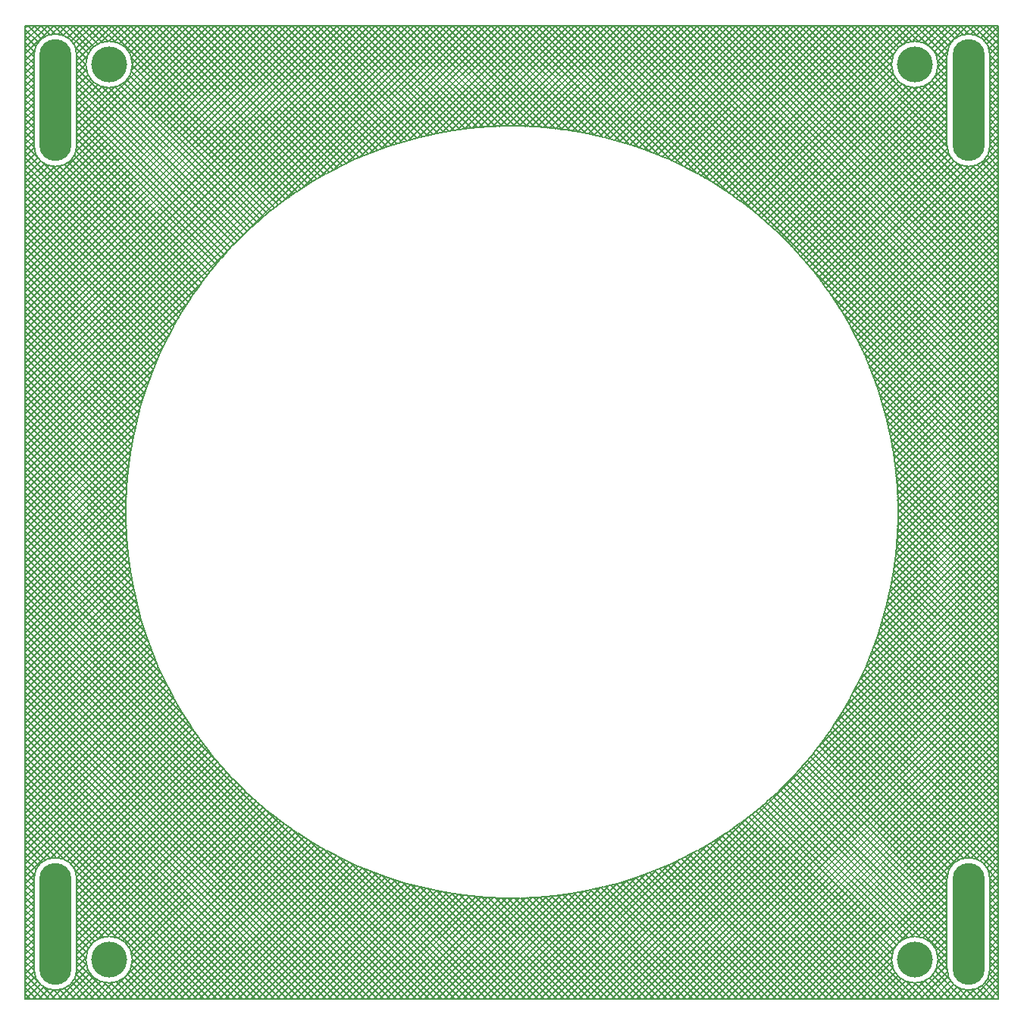
<source format=gbl>
G04*
G04 #@! TF.GenerationSoftware,Altium Limited,Altium Designer,25.5.2 (35)*
G04*
G04 Layer_Physical_Order=2*
G04 Layer_Color=16711680*
%FSLAX44Y44*%
%MOMM*%
G71*
G04*
G04 #@! TF.SameCoordinates,8A654A5C-3E12-430A-ABCF-1B3DB706FCA7*
G04*
G04*
G04 #@! TF.FilePolarity,Positive*
G04*
G01*
G75*
%ADD12C,0.2032*%
%ADD13O,3.6000X13.6000*%
%ADD14C,4.0000*%
D12*
X534016Y510000D02*
G03*
X485984Y510000I-24016J0D01*
G01*
Y410000D02*
G03*
X534016Y410000I24016J0D01*
G01*
X476016Y500000D02*
G03*
X476016Y500000I-26016J0D01*
G01*
X485984Y-510000D02*
G03*
X534016Y-510000I24016J0D01*
G01*
Y-410000D02*
G03*
X485984Y-410000I-24016J0D01*
G01*
X476016Y-500000D02*
G03*
X476016Y-500000I-26016J0D01*
G01*
X-423984Y500000D02*
G03*
X-423984Y500000I-26016J0D01*
G01*
X-485984Y510000D02*
G03*
X-534016Y510000I-24016J0D01*
G01*
Y410000D02*
G03*
X-485984Y410000I24016J0D01*
G01*
Y-410000D02*
G03*
X-534016Y-410000I-24016J0D01*
G01*
X-423984Y-500000D02*
G03*
X-423984Y-500000I-26016J0D01*
G01*
X-534016Y-510000D02*
G03*
X-485984Y-510000I24016J0D01*
G01*
X529652Y543607D02*
X543607Y529652D01*
X536836Y543607D02*
X543607Y536836D01*
X527406Y526547D02*
X543607Y542748D01*
X522467Y543607D02*
X543607Y522467D01*
X527406Y526547D02*
X543607Y542748D01*
X515283Y543607D02*
X543607Y515283D01*
X533966Y511554D02*
X543607Y521196D01*
X532793Y517566D02*
X543607Y528380D01*
X534016Y504420D02*
X543607Y514012D01*
X530520Y522477D02*
X543607Y535564D01*
X531941Y519765D02*
X543607Y508099D01*
X505761Y533639D02*
X515729Y543607D01*
X500915D02*
X510511Y534011D01*
X493731Y543607D02*
X504066Y533271D01*
X486546Y543607D02*
X498871Y531282D01*
X479362Y543607D02*
X494568Y528401D01*
X474281Y509343D02*
X508545Y543607D01*
X518826Y532336D02*
X530098Y543607D01*
X513119Y533813D02*
X522913Y543607D01*
X523522Y529847D02*
X537282Y543607D01*
X508099D02*
X519765Y531941D01*
X534016Y460216D02*
X543607Y450625D01*
X534016Y454131D02*
X543607Y463722D01*
X534016Y446947D02*
X543607Y456538D01*
X534016Y461315D02*
X543607Y470906D01*
X534016Y474585D02*
X543607Y464994D01*
X534016Y467401D02*
X543607Y457809D01*
X534016Y432578D02*
X543607Y442169D01*
X534016Y445848D02*
X543607Y436257D01*
X534016Y438664D02*
X543607Y429073D01*
X534016Y453032D02*
X543607Y443441D01*
X534016Y439762D02*
X543607Y449354D01*
X534016Y490052D02*
X543607Y499643D01*
X534016Y503322D02*
X543607Y493731D01*
X534016Y496138D02*
X543607Y486546D01*
X534016Y497236D02*
X543607Y506828D01*
X534011Y510511D02*
X543607Y500915D01*
X534016Y410000D02*
Y510000D01*
Y481769D02*
X543607Y472178D01*
X534016Y475684D02*
X543607Y485275D01*
X534016Y468499D02*
X543607Y478091D01*
X534016Y482868D02*
X543607Y492459D01*
X534016Y488953D02*
X543607Y479362D01*
X285388Y543607D02*
X543607Y285388D01*
X292573Y543607D02*
X543607Y292572D01*
X278204Y543607D02*
X543607Y278204D01*
X263836Y543607D02*
X543607Y263836D01*
X271020Y543607D02*
X543607Y271020D01*
X256651Y543607D02*
X543607Y256651D01*
X242283Y543607D02*
X543607Y242283D01*
X249467Y543607D02*
X543607Y249467D01*
X235099Y543607D02*
X543607Y235099D01*
X227915Y543607D02*
X543607Y227915D01*
X220730Y543607D02*
X543607Y220730D01*
X468679Y518109D02*
X494177Y543607D01*
X472178D02*
X491042Y524743D01*
X471860Y514106D02*
X501361Y543607D01*
X342862D02*
X490532Y395938D01*
X464994Y543607D02*
X488304Y520297D01*
X335678Y543607D02*
X543607Y335678D01*
X321309Y543607D02*
X543607Y321309D01*
X328494Y543607D02*
X543607Y328494D01*
X314125Y543607D02*
X543607Y314125D01*
X306941Y543607D02*
X543607Y306941D01*
X299757Y543607D02*
X543607Y299757D01*
X134520Y543607D02*
X543607Y134520D01*
X141704Y543607D02*
X543607Y141704D01*
X127336Y543607D02*
X543607Y127336D01*
X112967Y543607D02*
X543607Y112967D01*
X120152Y543607D02*
X543607Y120151D01*
X105783Y543607D02*
X543607Y105783D01*
X91415Y543607D02*
X543607Y91415D01*
X98599Y543607D02*
X543607Y98599D01*
X84230Y543607D02*
X543607Y84230D01*
X77046Y543607D02*
X543607Y77046D01*
X69862Y543607D02*
X543607Y69862D01*
X206362Y543607D02*
X543607Y206362D01*
X213546Y543607D02*
X543607Y213546D01*
X199178Y543607D02*
X543607Y199178D01*
X191994Y543607D02*
X543607Y191994D01*
X184809Y543607D02*
X543607Y184809D01*
X170441Y543607D02*
X543607Y170441D01*
X177625Y543607D02*
X543607Y177625D01*
X163257Y543607D02*
X543607Y163257D01*
X156073Y543607D02*
X543607Y156073D01*
X148888Y543607D02*
X543607Y148888D01*
X524415Y390791D02*
X543607Y371599D01*
X528135Y394255D02*
X543607Y378783D01*
X519902Y388120D02*
X543607Y364415D01*
X507544Y386110D02*
X543607Y350046D01*
X514440Y386398D02*
X543607Y357230D01*
X495938Y390532D02*
X543607Y342862D01*
X422895Y84378D02*
X543607Y205091D01*
X421592Y90259D02*
X543607Y212275D01*
X423982Y78281D02*
X543607Y197906D01*
X418984Y102020D02*
X543607Y226643D01*
X420288Y96140D02*
X543607Y219459D01*
X534016Y411026D02*
X543607Y420617D01*
X534016Y424295D02*
X543607Y414704D01*
X534016Y417111D02*
X543607Y407520D01*
X534016Y431480D02*
X543607Y421888D01*
X534016Y425394D02*
X543607Y434985D01*
X534016Y418210D02*
X543607Y427801D01*
X534016Y409927D02*
X543607Y400336D01*
X532882Y402707D02*
X543607Y413433D01*
X533150Y403609D02*
X543607Y393152D01*
X531080Y398494D02*
X543607Y385967D01*
X431134Y-7962D02*
X543607Y104512D01*
X431134Y-778D02*
X543607Y111696D01*
X430872Y-15408D02*
X543607Y97327D01*
X419249Y100825D02*
X543607Y-23533D01*
X430544Y-22920D02*
X543607Y90143D01*
X421296Y91595D02*
X543607Y-30717D01*
X429420Y-38412D02*
X543607Y75775D01*
X430109Y-30540D02*
X543607Y82959D01*
X428731Y-46286D02*
X543607Y68590D01*
X423245Y82462D02*
X543607Y-37901D01*
X424782Y73739D02*
X543607Y-45086D01*
X428653Y47031D02*
X543607Y161985D01*
X427825Y53388D02*
X543607Y169170D01*
X429243Y40437D02*
X543607Y154801D01*
X426135Y66066D02*
X543607Y183538D01*
X425059Y72173D02*
X543607Y190722D01*
X426990Y59736D02*
X543607Y176354D01*
X430959Y13416D02*
X543607Y126064D01*
X430658Y20299D02*
X543607Y133249D01*
X431134Y6406D02*
X543607Y118880D01*
X429821Y33830D02*
X543607Y147617D01*
X430358Y27183D02*
X543607Y140433D01*
X388667Y186650D02*
X543607Y341591D01*
X386353Y191521D02*
X543607Y348775D01*
X390952Y181751D02*
X543607Y334406D01*
X381434Y200970D02*
X543607Y363143D01*
X378975Y205695D02*
X543607Y370327D01*
X383894Y196245D02*
X543607Y355959D01*
X399666Y161728D02*
X543607Y305669D01*
X397562Y166808D02*
X543607Y312854D01*
X401770Y156648D02*
X543607Y298485D01*
X393236Y176851D02*
X543607Y327222D01*
X395457Y171888D02*
X543607Y320038D01*
X368509Y223966D02*
X543607Y399064D01*
X365713Y228354D02*
X543607Y406249D01*
X371148Y219421D02*
X543607Y391880D01*
X351336Y249899D02*
X493752Y392314D01*
X348378Y254124D02*
X490390Y396136D01*
X354295Y245673D02*
X497885Y389263D01*
X373778Y214866D02*
X543607Y384696D01*
X362917Y232743D02*
X517293Y387118D01*
X376407Y210311D02*
X543607Y377512D01*
X357254Y241448D02*
X502872Y387066D01*
X360121Y237131D02*
X508995Y386005D01*
X392995Y177369D02*
X543607Y26757D01*
X386704Y190844D02*
X543607Y33941D01*
X398403Y164777D02*
X543607Y19572D01*
X369306Y222610D02*
X543607Y48309D01*
X356321Y242780D02*
X543607Y55493D01*
X378906Y205826D02*
X543607Y41125D01*
X414096Y120347D02*
X543607Y-9164D01*
X410810Y130817D02*
X543607Y-1980D01*
X416725Y110534D02*
X543607Y-16349D01*
X403184Y152811D02*
X543607Y12388D01*
X407295Y141516D02*
X543607Y5204D01*
X407534Y140860D02*
X543607Y276933D01*
X405617Y146127D02*
X543607Y284117D01*
X409339Y135481D02*
X543607Y269748D01*
X403700Y151394D02*
X543607Y291301D01*
X336057Y270228D02*
X543607Y62678D01*
X415965Y113370D02*
X543607Y241012D01*
X414447Y119036D02*
X543607Y248196D01*
X417483Y107704D02*
X543607Y233827D01*
X411062Y130019D02*
X543607Y262564D01*
X412784Y124557D02*
X543607Y255380D01*
X450625Y543607D02*
X485984Y508248D01*
X436257Y543607D02*
X454187Y525677D01*
X443441Y543607D02*
X485984Y501064D01*
X429073Y543607D02*
X446855Y525825D01*
X421888Y543607D02*
X441063Y524433D01*
X414704Y543607D02*
X436235Y522076D01*
X464789Y521404D02*
X486992Y543607D01*
X457809D02*
X486494Y514923D01*
X364415Y543607D02*
X485984Y422038D01*
X357230Y543607D02*
X485984Y414854D01*
X350046Y543607D02*
X486110Y407544D01*
X378783Y543607D02*
X424036Y498354D01*
X147386Y405159D02*
X285834Y543607D01*
X152653Y403242D02*
X293019Y543607D01*
X136786Y408928D02*
X271466Y543607D01*
X131324Y410650D02*
X264282Y543607D01*
X142119Y407076D02*
X278650Y543607D01*
X407520D02*
X432176Y518951D01*
X400336Y543607D02*
X428826Y515117D01*
X393152Y543607D02*
X426216Y510543D01*
X385967Y543607D02*
X424486Y505088D01*
X371599Y543607D02*
X426623Y488583D01*
X229403Y365045D02*
X407966Y543607D01*
X225015Y367840D02*
X400782Y543607D01*
X233792Y362249D02*
X415150Y543607D01*
X215955Y373149D02*
X386413Y543607D01*
X211400Y375778D02*
X379229Y543607D01*
X220509Y370519D02*
X393598Y543607D01*
X250909Y350629D02*
X443887Y543607D01*
X246683Y353588D02*
X436703Y543607D01*
X255129Y347665D02*
X451071Y543607D01*
X238180Y359453D02*
X422335Y543607D01*
X242458Y356546D02*
X429519Y543607D01*
X178023Y392690D02*
X328940Y543607D01*
X173103Y394954D02*
X321755Y543607D01*
X182922Y390406D02*
X336124Y543607D01*
X162943Y399163D02*
X307387Y543607D01*
X157863Y401267D02*
X300203Y543607D01*
X168023Y397059D02*
X314571Y543607D01*
X202100Y380846D02*
X364861Y543607D01*
X197375Y383306D02*
X357677Y543607D01*
X206824Y378387D02*
X372045Y543607D01*
X187822Y388121D02*
X343308Y543607D01*
X192650Y385765D02*
X350492Y543607D01*
X48557Y428461D02*
X163703Y543607D01*
X42016Y429105D02*
X156519Y543607D01*
X54905Y427626D02*
X170887Y543607D01*
X28804Y430261D02*
X142150Y543607D01*
X21945Y430586D02*
X134966Y543607D01*
X35410Y429683D02*
X149334Y543607D01*
X79741Y423724D02*
X199624Y543607D01*
X73633Y424801D02*
X192440Y543607D01*
X85784Y422584D02*
X206808Y543607D01*
X61254Y426790D02*
X178071Y543607D01*
X67526Y425878D02*
X185256Y543607D01*
X-21124Y430622D02*
X91861Y543607D01*
X-28657Y430274D02*
X84677Y543607D01*
X-36530Y429585D02*
X77492Y543607D01*
X-45085D02*
X73739Y424782D01*
X-44403Y428896D02*
X70308Y543607D01*
X-37901D02*
X82462Y423245D01*
X8124Y431134D02*
X120597Y543607D01*
X940Y431134D02*
X113413Y543607D01*
X15061Y430887D02*
X127782Y543607D01*
X-6244Y431134D02*
X106229Y543607D01*
X-13612Y430950D02*
X99045Y543607D01*
X103392Y418639D02*
X228361Y543607D01*
X97545Y419976D02*
X221176Y543607D01*
X109058Y417121D02*
X235545Y543607D01*
X91665Y421280D02*
X213992Y543607D01*
X41125D02*
X205826Y378906D01*
X48309Y543607D02*
X222610Y369306D01*
X120390Y414084D02*
X249913Y543607D01*
X114724Y415602D02*
X242729Y543607D01*
X125862Y412372D02*
X257098Y543607D01*
X55494D02*
X242780Y356321D01*
X62678Y543607D02*
X270228Y336057D01*
X-9164Y543607D02*
X120347Y414096D01*
X-16349Y543607D02*
X110534Y416725D01*
X-1980Y543607D02*
X130817Y410810D01*
X-30717Y543607D02*
X91595Y421296D01*
X-23533Y543607D02*
X100825Y419249D01*
X26757Y543607D02*
X177369Y392995D01*
X19572Y543607D02*
X164777Y398403D01*
X33941Y543607D02*
X190844Y386704D01*
X5204Y543607D02*
X141516Y407295D01*
X12388Y543607D02*
X152811Y403184D01*
X475760Y503638D02*
X486361Y514239D01*
X468951Y482176D02*
X485984Y465143D01*
Y410000D02*
Y510000D01*
X460543Y476216D02*
X485984Y450775D01*
X465117Y478826D02*
X485984Y457959D01*
X438583Y476623D02*
X485984Y429222D01*
X448354Y474036D02*
X485984Y436406D01*
X455088Y474486D02*
X485984Y443591D01*
X335914Y270398D02*
X485984Y420467D01*
X329359Y278211D02*
X485984Y434836D01*
X332637Y274304D02*
X485984Y427651D01*
X460154Y523953D02*
X479808Y543607D01*
X454619Y525603D02*
X472624Y543607D01*
X475775Y496469D02*
X485984Y506678D01*
X447751Y525919D02*
X465440Y543607D01*
X437421Y522773D02*
X458256Y543607D01*
X475825Y496855D02*
X485984Y486696D01*
X475677Y504187D02*
X485984Y493880D01*
X474433Y491063D02*
X485984Y479512D01*
X470597Y484106D02*
X485984Y499494D01*
X472076Y486235D02*
X485984Y472327D01*
X422974Y83998D02*
X426194Y65733D01*
X418907Y102368D02*
X422921Y84261D01*
X426235Y65468D02*
X428656Y47080D01*
X342172Y262287D02*
X486259Y406374D01*
X339053Y266352D02*
X485984Y413283D01*
X345291Y258222D02*
X487832Y400762D01*
X431134Y-9273D02*
Y-0D01*
Y9273D01*
X430319Y-28070D02*
X431128Y-9541D01*
X428685Y46814D02*
X430302Y28338D01*
X430319Y28070D02*
X431128Y9541D01*
X368736Y223598D02*
X378010Y207536D01*
X358632Y239469D02*
X368597Y223827D01*
X378138Y207301D02*
X386702Y190850D01*
X336396Y269815D02*
X347687Y255100D01*
X347845Y254885D02*
X358483Y239692D01*
X408391Y138489D02*
X413968Y120800D01*
X401962Y156171D02*
X408305Y138742D01*
X414043Y120543D02*
X418843Y102628D01*
X386821Y190610D02*
X394659Y173800D01*
X394767Y173555D02*
X401865Y156420D01*
X267324Y338307D02*
X424397Y495381D01*
X263259Y341427D02*
X424081Y502249D01*
X271332Y335131D02*
X426047Y489846D01*
X173800Y394659D02*
X190610Y386821D01*
X156420Y401865D02*
X173555Y394767D01*
X259194Y344546D02*
X427227Y512579D01*
X239692Y358483D02*
X254885Y347845D01*
X223827Y368597D02*
X239469Y358632D01*
X255100Y347687D02*
X269815Y336396D01*
X190850Y386702D02*
X207301Y378138D01*
X207536Y378010D02*
X223598Y368736D01*
X28338Y430302D02*
X46814Y428685D01*
X9541Y431128D02*
X28070Y430319D01*
X47080Y428656D02*
X65468Y426235D01*
X-9273Y431134D02*
X9273D01*
X-28070Y430319D02*
X-9541Y431128D01*
X-46814Y428685D02*
X-28338Y430302D01*
X120800Y413968D02*
X138489Y408391D01*
X102628Y418843D02*
X120543Y414043D01*
X138742Y408305D02*
X156171Y401962D01*
X65733Y426194D02*
X83998Y422974D01*
X84261Y422921D02*
X102368Y418907D01*
X305287Y304428D02*
X485984Y485125D01*
X305287Y304428D02*
X485984Y485125D01*
X308879Y300836D02*
X485984Y477941D01*
X298098Y311608D02*
X465894Y479403D01*
X294349Y315043D02*
X453531Y474225D01*
X301695Y308020D02*
X485984Y492309D01*
X322735Y285955D02*
X485984Y449204D01*
X319300Y289704D02*
X485984Y456388D01*
X326081Y282117D02*
X485984Y442020D01*
X312429Y297202D02*
X485984Y470757D01*
X315865Y293453D02*
X485984Y463573D01*
X286852Y321914D02*
X440657Y475719D01*
X283051Y325297D02*
X435894Y478140D01*
X290600Y318479D02*
X446362Y474240D01*
X275238Y331853D02*
X428596Y485211D01*
X279144Y328575D02*
X431891Y481321D01*
X311600Y298107D02*
X324130Y284433D01*
X298300Y311415D02*
X311415Y298300D01*
X324307Y284231D02*
X336229Y270023D01*
X270023Y336229D02*
X284231Y324307D01*
X284433Y324130D02*
X298107Y311600D01*
X430783Y17450D02*
X543607Y-95375D01*
X430455Y24962D02*
X543607Y-88191D01*
X431111Y9937D02*
X543607Y-102559D01*
X429233Y40552D02*
X543607Y-73822D01*
X428469Y48500D02*
X543607Y-66638D01*
X429922Y32679D02*
X543607Y-81006D01*
X431134Y-4454D02*
X543607Y-116928D01*
X431134Y2730D02*
X543607Y-109743D01*
X431040Y-11545D02*
X543607Y-124112D01*
X430740Y-18429D02*
X543607Y-131296D01*
X408401Y-138458D02*
X543607Y-3252D01*
X427380Y56774D02*
X543607Y-59454D01*
X427676Y-54525D02*
X543607Y61406D01*
X426586Y-62799D02*
X543607Y54222D01*
X426290Y65047D02*
X543607Y-52270D01*
X425201Y-71369D02*
X543607Y47038D01*
X423662Y-80091D02*
X543607Y39854D01*
X419805Y-98317D02*
X543607Y25485D01*
X421852Y-89086D02*
X543607Y32669D01*
X417440Y-107866D02*
X543607Y18301D01*
X414810Y-117680D02*
X543607Y11117D01*
X411709Y-127966D02*
X543607Y3933D01*
X419339Y-100422D02*
X543607Y-224691D01*
X420642Y-94541D02*
X543607Y-217507D01*
X543607Y543607D02*
X543607Y-543607D01*
X416378Y-111830D02*
X543607Y-239059D01*
X417896Y-106164D02*
X543607Y-231875D01*
X414860Y-117496D02*
X543607Y-246243D01*
X411530Y-128534D02*
X543607Y-260612D01*
X413252Y-123072D02*
X543607Y-253428D01*
X409808Y-133996D02*
X543607Y-267796D01*
X408055Y-139428D02*
X543607Y-274980D01*
X406138Y-144695D02*
X543607Y-282164D01*
X429978Y-32035D02*
X543607Y-145664D01*
X430439Y-25312D02*
X543607Y-138480D01*
X429400Y-38641D02*
X543607Y-152849D01*
X428053Y-51662D02*
X543607Y-167217D01*
X428822Y-45248D02*
X543607Y-160033D01*
X427217Y-58011D02*
X543607Y-174401D01*
X425351Y-70514D02*
X543607Y-188770D01*
X426381Y-64359D02*
X543607Y-181586D01*
X424274Y-76621D02*
X543607Y-195954D01*
X423198Y-82728D02*
X543607Y-203138D01*
X421946Y-88661D02*
X543607Y-210322D01*
X396029Y-170508D02*
X543607Y-318085D01*
X398134Y-165427D02*
X543607Y-310901D01*
X393857Y-175520D02*
X543607Y-325270D01*
X389288Y-185319D02*
X543607Y-339638D01*
X391573Y-180419D02*
X543607Y-332454D01*
X387003Y-190218D02*
X543607Y-346822D01*
X382103Y-199686D02*
X543607Y-361191D01*
X384562Y-194961D02*
X543607Y-354007D01*
X379643Y-204411D02*
X543607Y-368375D01*
X377122Y-209074D02*
X543607Y-375559D01*
X374492Y-213628D02*
X543607Y-382743D01*
X399784Y-161444D02*
X543607Y-17620D01*
X404302Y-149741D02*
X543607Y-10436D01*
X394675Y-173737D02*
X543607Y-24804D01*
X381026Y-201754D02*
X543607Y-39173D01*
X388424Y-187172D02*
X543607Y-31988D01*
X371973Y-217991D02*
X543607Y-46357D01*
X402304Y-155230D02*
X543607Y-296533D01*
X404221Y-149963D02*
X543607Y-289349D01*
X400238Y-160347D02*
X543607Y-303717D01*
X360304Y-236844D02*
X543607Y-53541D01*
X342591Y-261742D02*
X543607Y-60725D01*
X111015Y-543607D02*
X543607Y-111015D01*
X103831Y-543607D02*
X543607Y-103830D01*
X118199Y-543607D02*
X543607Y-118199D01*
X89462Y-543607D02*
X543607Y-89462D01*
X82278Y-543607D02*
X543607Y-82278D01*
X96646Y-543607D02*
X543607Y-96646D01*
X146936Y-543607D02*
X543607Y-146936D01*
X139752Y-543607D02*
X543607Y-139752D01*
X154120Y-543607D02*
X543607Y-154120D01*
X125383Y-543607D02*
X543607Y-125383D01*
X132567Y-543607D02*
X543607Y-132567D01*
X168489Y-543607D02*
X543607Y-168488D01*
X161304Y-543607D02*
X543607Y-161304D01*
X175673Y-543607D02*
X543607Y-175673D01*
X67909Y-543607D02*
X543607Y-67909D01*
X75094Y-543607D02*
X543607Y-75094D01*
X204410Y-543607D02*
X543607Y-204410D01*
X197225Y-543607D02*
X543607Y-197225D01*
X211594Y-543607D02*
X543607Y-211594D01*
X182857Y-543607D02*
X543607Y-182857D01*
X190041Y-543607D02*
X543607Y-190041D01*
X534016Y-437810D02*
X543607Y-447401D01*
X534016Y-443896D02*
X543607Y-434304D01*
X534016Y-451080D02*
X543607Y-441488D01*
X534016Y-436711D02*
X543607Y-427120D01*
X534016Y-423442D02*
X543607Y-433033D01*
X534016Y-430626D02*
X543607Y-440217D01*
X534016Y-465448D02*
X543607Y-455857D01*
X534016Y-452178D02*
X543607Y-461770D01*
X534016Y-459363D02*
X543607Y-468954D01*
X534016Y-444994D02*
X543607Y-454586D01*
X534016Y-458264D02*
X543607Y-448673D01*
X533937Y-408054D02*
X543607Y-398383D01*
X532686Y-402120D02*
X543607Y-391199D01*
X531572Y-399445D02*
X543607Y-411480D01*
X527200Y-393238D02*
X543607Y-376831D01*
X523270Y-389983D02*
X543607Y-369646D01*
X530360Y-397262D02*
X543607Y-384015D01*
X534016Y-416257D02*
X543607Y-425849D01*
X534016Y-422343D02*
X543607Y-412752D01*
X534016Y-429527D02*
X543607Y-419936D01*
X534016Y-415159D02*
X543607Y-405567D01*
X533997Y-409055D02*
X543607Y-418665D01*
X534016Y-502468D02*
X543607Y-512059D01*
X534016Y-508554D02*
X543607Y-498962D01*
X534016Y-509652D02*
X543607Y-519244D01*
X533066Y-516688D02*
X543607Y-506146D01*
X534016Y-495284D02*
X543607Y-504875D01*
X533239Y-516059D02*
X543607Y-526428D01*
X534883Y-543607D02*
X543607Y-534883D01*
X531228Y-521232D02*
X543607Y-533612D01*
X542067Y-543607D02*
X543607Y-542067D01*
X528329Y-525518D02*
X543607Y-540796D01*
X527699Y-543607D02*
X543607Y-527699D01*
X534016Y-473731D02*
X543607Y-483322D01*
X534016Y-479817D02*
X543607Y-470225D01*
X534016Y-487001D02*
X543607Y-477410D01*
X534016Y-466547D02*
X543607Y-476138D01*
X534016Y-472632D02*
X543607Y-463041D01*
X534016Y-510000D02*
Y-410000D01*
Y-488100D02*
X543607Y-497691D01*
X534016Y-494185D02*
X543607Y-484594D01*
X534016Y-501369D02*
X543607Y-491778D01*
X534016Y-480915D02*
X543607Y-490507D01*
X524654Y-529027D02*
X539234Y-543607D01*
X369233Y-222738D02*
X543607Y-397112D01*
X371863Y-218183D02*
X543607Y-389928D01*
X366473Y-227162D02*
X543607Y-404296D01*
X304988Y-543607D02*
X543607Y-304988D01*
X297804Y-543607D02*
X543607Y-297804D01*
X312173Y-543607D02*
X543607Y-312173D01*
X518522Y-387547D02*
X543607Y-362462D01*
X333725Y-543607D02*
X543607Y-333725D01*
X340910Y-543607D02*
X543607Y-340910D01*
X319357Y-543607D02*
X543607Y-319357D01*
X326541Y-543607D02*
X543607Y-326541D01*
X360881Y-235938D02*
X510946Y-386003D01*
X358058Y-240299D02*
X504404Y-386645D01*
X363677Y-231550D02*
X520555Y-388428D01*
X355099Y-244525D02*
X499149Y-388575D01*
X352140Y-248750D02*
X494798Y-391408D01*
X283436Y-543607D02*
X543607Y-283436D01*
X505241Y-386460D02*
X543607Y-348094D01*
X512744Y-386141D02*
X543607Y-355278D01*
X290620Y-543607D02*
X543607Y-290620D01*
X247515Y-543607D02*
X543607Y-247515D01*
X240331Y-543607D02*
X543607Y-240331D01*
X254699Y-543607D02*
X543607Y-254699D01*
X225962Y-543607D02*
X543607Y-225962D01*
X218778Y-543607D02*
X543607Y-218778D01*
X233146Y-543607D02*
X543607Y-233146D01*
X513331Y-543607D02*
X543607Y-513331D01*
X276252Y-543607D02*
X543607Y-276252D01*
X520515Y-543607D02*
X543607Y-520515D01*
X261883Y-543607D02*
X543607Y-261883D01*
X269067Y-543607D02*
X543607Y-269067D01*
X497232Y-530341D02*
X510499Y-543607D01*
X484594D02*
X497621Y-530580D01*
X520191Y-531747D02*
X532051Y-543607D01*
X469614Y-517091D02*
X496130Y-543607D01*
X472598Y-512891D02*
X503314Y-543607D01*
X508009Y-533933D02*
X517683Y-543607D01*
X506147D02*
X516688Y-533066D01*
X514793Y-533533D02*
X524867Y-543607D01*
X491778D02*
X502553Y-532832D01*
X498962Y-543607D02*
X508595Y-533975D01*
X428685Y-46814D02*
X430302Y-28338D01*
X426235Y-65469D02*
X428656Y-47080D01*
X422974Y-83998D02*
X426194Y-65733D01*
X418907Y-102368D02*
X422921Y-84261D01*
X414043Y-120543D02*
X418843Y-102628D01*
X408391Y-138489D02*
X413968Y-120800D01*
X401962Y-156171D02*
X408305Y-138742D01*
X394767Y-173555D02*
X401865Y-156420D01*
X349182Y-252976D02*
X491227Y-395021D01*
X346139Y-257117D02*
X488441Y-399419D01*
X343020Y-261182D02*
X486569Y-404731D01*
X386821Y-190610D02*
X394659Y-173800D01*
X378138Y-207301D02*
X386702Y-190850D01*
X368736Y-223598D02*
X378010Y-207536D01*
X358632Y-239469D02*
X368597Y-223827D01*
X347845Y-254885D02*
X358483Y-239692D01*
X336396Y-269815D02*
X347687Y-255100D01*
X324307Y-284231D02*
X336229Y-270024D01*
X311600Y-298107D02*
X324130Y-284433D01*
X298300Y-311415D02*
X311415Y-298300D01*
X284433Y-324130D02*
X298107Y-311600D01*
X270023Y-336229D02*
X284231Y-324307D01*
X326972Y-281055D02*
X485984Y-440067D01*
X330250Y-277149D02*
X485984Y-432883D01*
X323669Y-284936D02*
X485984Y-447252D01*
X316798Y-292434D02*
X485984Y-461620D01*
X320233Y-288685D02*
X485984Y-454436D01*
X313363Y-296183D02*
X485984Y-468804D01*
X306263Y-303452D02*
X485984Y-483173D01*
X309855Y-299860D02*
X485984Y-475989D01*
X348094Y-543607D02*
X486460Y-405241D01*
X302671Y-307044D02*
X485984Y-490357D01*
X299080Y-310636D02*
X485984Y-497540D01*
X336782Y-269312D02*
X485984Y-418515D01*
X339901Y-265247D02*
X485984Y-411331D01*
X333527Y-273243D02*
X485984Y-425699D01*
X295369Y-314109D02*
X455928Y-474668D01*
X291620Y-317544D02*
X448127Y-474052D01*
X287871Y-320980D02*
X442103Y-475212D01*
X284113Y-324406D02*
X437109Y-477402D01*
X280207Y-327684D02*
X432909Y-480386D01*
X276300Y-330962D02*
X429422Y-484083D01*
X272394Y-334240D02*
X426661Y-488506D01*
X268429Y-337459D02*
X424741Y-493771D01*
X260299Y-343698D02*
X425584Y-508982D01*
X264364Y-340578D02*
X423985Y-500199D01*
X189154Y-387500D02*
X345262Y-543607D01*
X179355Y-392069D02*
X330893Y-543607D01*
X174455Y-394354D02*
X323709Y-543607D01*
X184254Y-389784D02*
X338078Y-543607D01*
X164324Y-398591D02*
X309341Y-543607D01*
X159244Y-400695D02*
X302156Y-543607D01*
X169404Y-396487D02*
X316525Y-543607D01*
X148818Y-404638D02*
X287788Y-543607D01*
X154086Y-402720D02*
X294972Y-543607D01*
X255100Y-347687D02*
X269815Y-336396D01*
X239692Y-358483D02*
X254885Y-347845D01*
X223827Y-368597D02*
X239469Y-358632D01*
X207536Y-378010D02*
X223598Y-368736D01*
X46357Y-543607D02*
X217991Y-371973D01*
X60725Y-543607D02*
X261742Y-342591D01*
X190850Y-386702D02*
X207301Y-378138D01*
X173800Y-394659D02*
X190610Y-386821D01*
X156420Y-401865D02*
X173555Y-394767D01*
X138742Y-408305D02*
X156171Y-401962D01*
X143551Y-406555D02*
X280604Y-543607D01*
X252058Y-349824D02*
X445841Y-543607D01*
X247832Y-352783D02*
X438657Y-543607D01*
X256234Y-346817D02*
X453025Y-543607D01*
X239374Y-358693D02*
X424288Y-543607D01*
X234985Y-361489D02*
X417104Y-543607D01*
X243607Y-355742D02*
X431472Y-543607D01*
X226208Y-367080D02*
X402735Y-543607D01*
X221748Y-369804D02*
X395551Y-543607D01*
X230597Y-364284D02*
X409920Y-543607D01*
X212639Y-375063D02*
X381183Y-543607D01*
X217194Y-372434D02*
X388367Y-543607D01*
X203384Y-380177D02*
X366814Y-543607D01*
X198660Y-382637D02*
X359630Y-543607D01*
X208084Y-377693D02*
X373999Y-543607D01*
X39173D02*
X201754Y-381026D01*
X53541Y-543607D02*
X236844Y-360304D01*
X31988Y-543607D02*
X187172Y-388424D01*
X24804Y-543607D02*
X173737Y-394675D01*
X193935Y-385096D02*
X352446Y-543607D01*
X10436D02*
X149741Y-404302D01*
X17620Y-543607D02*
X161444Y-399784D01*
X475563Y-495165D02*
X485984Y-484743D01*
X473876Y-489667D02*
X485984Y-477559D01*
Y-510000D02*
Y-410000D01*
X471299Y-485060D02*
X485984Y-470375D01*
X467979Y-481196D02*
X485984Y-463191D01*
X355278Y-543607D02*
X485984Y-412901D01*
X475332Y-494072D02*
X485984Y-504724D01*
X475941Y-501970D02*
X485984Y-491928D01*
X475948Y-501873D02*
X486067Y-511991D01*
X473069Y-512026D02*
X485984Y-499112D01*
X474789Y-507897D02*
X489659Y-522768D01*
X432545Y-480709D02*
X485984Y-427270D01*
X446171Y-474267D02*
X485984Y-434454D01*
X138272Y-408460D02*
X273420Y-543607D01*
X127348Y-411904D02*
X259051Y-543607D01*
X121886Y-413626D02*
X251867Y-543607D01*
X132810Y-410182D02*
X266235Y-543607D01*
X459157Y-475649D02*
X485984Y-448822D01*
X453413Y-474209D02*
X485984Y-441638D01*
X463950Y-478040D02*
X485984Y-456007D01*
X369646Y-543607D02*
X430709Y-482545D01*
X463041Y-543607D02*
X487710Y-518939D01*
X455857Y-543607D02*
X486206Y-513258D01*
X465917Y-520578D02*
X488946Y-543607D01*
X362462D02*
X485984Y-420085D01*
X441489Y-543607D02*
X462026Y-523069D01*
X448673Y-543607D02*
X485984Y-506296D01*
X470225Y-543607D02*
X490217Y-523616D01*
X461494Y-523339D02*
X481762Y-543607D01*
X477410D02*
X493534Y-527483D01*
X449801Y-526015D02*
X467393Y-543607D01*
X456229Y-525259D02*
X474577Y-543607D01*
X398383D02*
X428040Y-513950D01*
X391199Y-543607D02*
X425649Y-509157D01*
X405568Y-543607D02*
X431196Y-517979D01*
X376831Y-543607D02*
X424267Y-496171D01*
X384015Y-543607D02*
X424209Y-503413D01*
X434304Y-543607D02*
X451970Y-525941D01*
X427120Y-543607D02*
X445165Y-525563D01*
X441018Y-524416D02*
X460209Y-543607D01*
X412752D02*
X435060Y-521299D01*
X419936Y-543607D02*
X439667Y-523876D01*
X120800Y-413968D02*
X138489Y-408391D01*
X102628Y-418843D02*
X120543Y-414043D01*
X3252Y-543607D02*
X138458Y-408401D01*
X-11117Y-543607D02*
X117680Y-414810D01*
X-18301Y-543607D02*
X107866Y-417440D01*
X-3933Y-543607D02*
X127966Y-411709D01*
X10050Y-431106D02*
X122551Y-543607D01*
X84261Y-422921D02*
X102368Y-418907D01*
X16933Y-430805D02*
X129735Y-543607D01*
X-4291Y-431134D02*
X108183Y-543607D01*
X2894Y-431134D02*
X115367Y-543607D01*
X65733Y-426194D02*
X83998Y-422974D01*
X47080Y-428656D02*
X65468Y-426235D01*
X28338Y-430302D02*
X46814Y-428685D01*
X-28070Y-430319D02*
X-9541Y-431128D01*
X-46814Y-428685D02*
X-28338Y-430302D01*
X-25485Y-543607D02*
X98317Y-419805D01*
X9541Y-431128D02*
X28070Y-430319D01*
X-9273Y-431134D02*
X9273D01*
X-11569Y-431039D02*
X100998Y-543607D01*
X-26594Y-430383D02*
X86630Y-543607D01*
X-19081Y-430712D02*
X93814Y-543607D01*
X110599Y-416708D02*
X237498Y-543607D01*
X104933Y-418226D02*
X230314Y-543607D01*
X116265Y-415190D02*
X244683Y-543607D01*
X93264Y-420925D02*
X215946Y-543607D01*
X87383Y-422229D02*
X208762Y-543607D01*
X99145Y-419622D02*
X223130Y-543607D01*
X75294Y-424508D02*
X194393Y-543607D01*
X69187Y-425585D02*
X187209Y-543607D01*
X81402Y-423432D02*
X201577Y-543607D01*
X56632Y-427398D02*
X172841Y-543607D01*
X62980Y-426563D02*
X180025Y-543607D01*
X43812Y-428948D02*
X158472Y-543607D01*
X-32669D02*
X89086Y-421852D01*
X50283Y-428234D02*
X165656Y-543607D01*
X-47038D02*
X71369Y-425201D01*
X-39854Y-543607D02*
X80091Y-423663D01*
X30600Y-430104D02*
X144104Y-543607D01*
X23817Y-430505D02*
X136920Y-543607D01*
X37206Y-429526D02*
X151288Y-543607D01*
X-42262Y-429083D02*
X72262Y-543607D01*
X-34389Y-429772D02*
X79446Y-543607D01*
X-66638Y543607D02*
X48500Y428469D01*
X-73822Y543607D02*
X40552Y429233D01*
X-78006Y424030D02*
X41571Y543607D01*
X-86879Y422341D02*
X34387Y543607D01*
X-81006D02*
X32679Y429922D01*
X-96110Y420294D02*
X27203Y543607D01*
X-52547Y427936D02*
X63124Y543607D01*
X-59454D02*
X56774Y427380D01*
X-52270Y543607D02*
X65047Y426290D01*
X-60821Y426847D02*
X55940Y543607D01*
X-69284Y425568D02*
X48755Y543607D01*
X-246243D02*
X-117496Y414860D01*
X-253428Y543607D02*
X-123072Y413252D01*
X-260612Y543607D02*
X-128534Y411530D01*
X-267796Y543607D02*
X-133996Y409808D01*
X-274980Y543607D02*
X-139428Y408055D01*
X-282164Y543607D02*
X-144695Y406138D01*
X-210322Y543607D02*
X-88661Y421946D01*
X-217507Y543607D02*
X-94541Y420642D01*
X-224691Y543607D02*
X-100422Y419339D01*
X-231875Y543607D02*
X-106164Y417896D01*
X-239059Y543607D02*
X-111830Y416378D01*
X-318085Y543607D02*
X-170508Y396029D01*
X-325270Y543607D02*
X-175520Y393857D01*
X-332454Y543607D02*
X-180419Y391573D01*
X-339638Y543607D02*
X-185319Y389288D01*
X-346822Y543607D02*
X-190218Y387003D01*
X-354007Y543607D02*
X-194961Y384562D01*
X-147041Y405284D02*
X-8718Y543607D01*
X-289349D02*
X-149963Y404221D01*
X-296533Y543607D02*
X-155230Y402304D01*
X-303717Y543607D02*
X-160347Y400238D01*
X-310901Y543607D02*
X-165427Y398134D01*
X-397112Y543607D02*
X-222738Y369233D01*
X-404296Y543607D02*
X-227162Y366473D01*
X-411480Y543607D02*
X-231550Y363677D01*
X-418664Y543607D02*
X-235938Y360881D01*
X-425849Y543607D02*
X-240299Y358058D01*
X-433033Y543607D02*
X-244525Y355099D01*
X-361191Y543607D02*
X-199686Y382103D01*
X-368375Y543607D02*
X-204411Y379643D01*
X-375559Y543607D02*
X-209074Y377122D01*
X-382743Y543607D02*
X-213628Y374492D01*
X-389928Y543607D02*
X-218183Y371863D01*
X-454585Y543607D02*
X-257117Y346139D01*
X-543607Y267350D02*
X-267350Y543607D01*
X-543607Y260166D02*
X-260166Y543607D01*
X-543607Y281718D02*
X-281718Y543607D01*
X-543607Y288903D02*
X-288902Y543607D01*
X-543607Y274534D02*
X-274534Y543607D01*
X-440217D02*
X-248750Y352140D01*
X-447401Y543607D02*
X-252976Y349182D01*
X-543607Y245797D02*
X-245797Y543607D01*
X-543607D02*
X543607D01*
X-543607Y252981D02*
X-252981Y543607D01*
X-485984Y418368D02*
X-360745Y543607D01*
X-485984Y425552D02*
X-367929Y543607D01*
X-485984Y411184D02*
X-353560Y543607D01*
X-543607Y339192D02*
X-339192Y543607D01*
X-487046Y402938D02*
X-346376Y543607D01*
X-543607Y332008D02*
X-332008Y543607D01*
X-543607Y303271D02*
X-303271Y543607D01*
X-543607Y310455D02*
X-310455Y543607D01*
X-543607Y296087D02*
X-296087Y543607D01*
X-543607Y324824D02*
X-324824Y543607D01*
X-543607Y317639D02*
X-317639Y543607D01*
X-543607Y138034D02*
X-138034Y543607D01*
X-543607Y145218D02*
X-145218Y543607D01*
X-543607Y130850D02*
X-130850Y543607D01*
X-543607Y159587D02*
X-159587Y543607D01*
X-543607Y166771D02*
X-166771Y543607D01*
X-543607Y152402D02*
X-152402Y543607D01*
X-543607Y102113D02*
X-102113Y543607D01*
X-543607Y109297D02*
X-109297Y543607D01*
X-543607Y94929D02*
X-94929Y543607D01*
X-543607Y123666D02*
X-123666Y543607D01*
X-543607Y116482D02*
X-116482Y543607D01*
X-543607Y217060D02*
X-217060Y543607D01*
X-543607Y224245D02*
X-224245Y543607D01*
X-543607Y209876D02*
X-209876Y543607D01*
X-543607Y238613D02*
X-238613Y543607D01*
X-543607Y231429D02*
X-231429Y543607D01*
X-543607Y181139D02*
X-181139Y543607D01*
X-543607Y188324D02*
X-188324Y543607D01*
X-543607Y173955D02*
X-173955Y543607D01*
X-543607Y202692D02*
X-202692Y543607D01*
X-543607Y195508D02*
X-195508Y543607D01*
X-109743D02*
X2730Y431134D01*
X-116927Y543607D02*
X-4454Y431134D01*
X-124112Y543607D02*
X-11545Y431040D01*
X-131296Y543607D02*
X-18429Y430740D01*
X-138480Y543607D02*
X-25312Y430439D01*
X-145664Y543607D02*
X-32035Y429978D01*
X-95375Y543607D02*
X17450Y430783D01*
X-102559Y543607D02*
X9937Y431111D01*
X-88191Y543607D02*
X24962Y430455D01*
X-105520Y418069D02*
X20019Y543607D01*
X-115334Y415439D02*
X12834Y543607D01*
X-167217D02*
X-51662Y428053D01*
X-174401Y543607D02*
X-58011Y427217D01*
X-181585Y543607D02*
X-64359Y426381D01*
X-188770Y543607D02*
X-70514Y425351D01*
X-195954Y543607D02*
X-76621Y424274D01*
X-203138Y543607D02*
X-82728Y423198D01*
X-65469Y426235D02*
X-47080Y428656D01*
X-83998Y422974D02*
X-65733Y426194D01*
X-102368Y418907D02*
X-84261Y422921D01*
X-152849Y543607D02*
X-38641Y429400D01*
X-160033Y543607D02*
X-45248Y428822D01*
X-170776Y395918D02*
X-23087Y543607D01*
X-183954Y389925D02*
X-30271Y543607D01*
X-198172Y382891D02*
X-37455Y543607D01*
X-213927Y374320D02*
X-44639Y543607D01*
X-232111Y363319D02*
X-51824Y543607D01*
X-254502Y348113D02*
X-59008Y543607D01*
X-125457Y412500D02*
X5650Y543607D01*
X-120543Y414043D02*
X-102628Y418843D01*
X-135950Y409192D02*
X-1534Y543607D01*
X-138489Y408391D02*
X-120800Y413968D01*
X-158511Y400998D02*
X-15903Y543607D01*
X-156171Y401962D02*
X-138742Y408305D01*
X-173555Y394767D02*
X-156420Y401865D01*
X-190610Y386821D02*
X-173800Y394659D01*
X-207301Y378138D02*
X-190850Y386702D01*
X-223598Y368736D02*
X-207536Y378010D01*
X-239469Y358632D02*
X-223827Y368597D01*
X-254885Y347845D02*
X-239692Y358483D01*
X-269815Y336396D02*
X-255100Y347687D01*
X-284231Y324307D02*
X-270024Y336229D01*
X-298107Y311600D02*
X-284433Y324130D01*
X-311415Y298300D02*
X-298300Y311415D01*
X-424861Y506699D02*
X-261182Y343020D01*
X-424018Y498671D02*
X-265247Y339901D01*
X-425075Y492544D02*
X-269312Y336782D01*
X-427195Y487480D02*
X-273243Y333527D01*
X-430119Y483220D02*
X-277149Y330250D01*
X-485984Y495979D02*
X-299860Y309855D01*
X-433759Y479676D02*
X-281055Y326972D01*
X-438122Y476854D02*
X-284936Y323669D01*
X-443311Y474859D02*
X-288685Y320233D01*
X-449623Y473987D02*
X-292434Y316798D01*
X-458096Y475276D02*
X-296183Y313363D01*
X-485984Y467244D02*
X-314109Y295369D01*
X-485984Y460060D02*
X-317544Y291620D01*
X-485984Y452875D02*
X-320980Y287871D01*
X-485984Y488795D02*
X-303452Y306263D01*
X-485984Y481611D02*
X-307044Y302671D01*
X-485984Y474428D02*
X-310636Y299080D01*
X-324130Y284433D02*
X-311600Y298107D01*
X-485984Y431323D02*
X-330962Y276300D01*
X-485984Y424138D02*
X-334240Y272394D01*
X-485984Y445691D02*
X-324406Y284113D01*
X-485984Y438507D02*
X-327684Y280207D01*
X-485984Y416954D02*
X-337459Y268429D01*
X-485985Y409771D02*
X-340578Y264364D01*
X-543607Y66192D02*
X-66192Y543607D01*
X-543607Y80560D02*
X-80560Y543607D01*
X-543607Y87745D02*
X-87745Y543607D01*
X-543607Y73376D02*
X-73376Y543607D01*
X-336229Y270023D02*
X-324307Y284231D01*
X-347687Y255100D02*
X-336396Y269815D01*
X-358483Y239692D02*
X-347845Y254885D01*
X-486884Y403486D02*
X-343698Y260299D01*
X-488975Y398393D02*
X-346817Y256234D01*
X-491938Y394172D02*
X-349824Y252058D01*
X-495675Y390724D02*
X-352783Y247832D01*
X-500207Y388072D02*
X-355742Y243607D01*
X-524683Y390995D02*
X-364284Y230597D01*
X-543607Y402735D02*
X-367080Y226208D01*
X-505693Y386373D02*
X-358693Y239374D01*
X-512632Y386129D02*
X-361489Y234985D01*
X-368597Y223827D02*
X-358632Y239469D01*
X-543607Y59008D02*
X-348113Y254502D01*
X-543607Y51824D02*
X-363319Y232111D01*
X-461770Y543607D02*
X-443301Y525139D01*
X-468954Y543607D02*
X-451329Y525982D01*
X-458950Y524428D02*
X-439771Y543607D01*
X-476138D02*
X-457456Y524925D01*
X-483322Y543607D02*
X-462520Y522805D01*
X-487247Y517684D02*
X-461324Y543607D01*
X-434072Y520570D02*
X-411034Y543607D01*
X-438493Y523333D02*
X-418218Y543607D01*
X-430377Y517081D02*
X-403850Y543607D01*
X-450179Y526015D02*
X-432587Y543607D01*
X-443755Y525255D02*
X-425403Y543607D01*
X-501288Y532380D02*
X-490061Y543607D01*
X-507021Y533831D02*
X-497245Y543607D01*
X-512059D02*
X-500516Y532064D01*
X-514433Y533603D02*
X-504429Y543607D01*
X-519243D02*
X-509650Y534013D01*
X-526428Y543607D02*
X-516059Y533239D01*
X-489540Y522575D02*
X-468508Y543607D01*
X-492671Y526628D02*
X-475692Y543607D01*
X-490507D02*
X-466780Y519881D01*
X-496572Y529911D02*
X-482876Y543607D01*
X-497691D02*
X-470324Y516241D01*
X-424050Y501854D02*
X-382297Y543607D01*
X-425207Y507882D02*
X-389482Y543607D01*
X-424674Y494046D02*
X-375113Y543607D01*
X-427395Y512878D02*
X-396666Y543607D01*
X-486044Y511702D02*
X-454139Y543607D01*
X-485984Y504579D02*
X-446955Y543607D01*
X-485984Y439921D02*
X-451854Y474050D01*
X-485984Y432736D02*
X-444046Y474674D01*
X-485984Y454289D02*
X-462878Y477395D01*
X-485984Y447105D02*
X-457882Y475207D01*
X-485984Y497394D02*
X-474428Y508950D01*
X-485984Y503164D02*
X-474724Y491904D01*
X-485984Y410000D02*
Y510000D01*
X-504875Y543607D02*
X-473146Y511878D01*
X-487936Y519484D02*
X-475141Y506689D01*
X-485987Y510350D02*
X-476013Y500377D01*
X-485984Y468657D02*
X-470570Y484072D01*
X-485984Y475842D02*
X-473333Y488493D01*
X-485984Y461473D02*
X-467081Y480377D01*
X-485984Y490210D02*
X-476015Y500179D01*
X-485984Y483026D02*
X-475255Y493755D01*
X-533612Y543607D02*
X-521232Y531228D01*
X-540796Y543607D02*
X-525518Y528329D01*
X-543607Y511613D02*
X-511613Y543607D01*
X-543607Y525981D02*
X-525981Y543607D01*
X-543607Y533166D02*
X-533166Y543607D01*
X-543607Y518797D02*
X-518797Y543607D01*
X-543607Y524867D02*
X-533533Y514793D01*
X-543607Y504429D02*
X-533603Y514433D01*
X-543607Y539234D02*
X-529027Y524654D01*
X-543607Y532051D02*
X-531747Y520191D01*
X-543607Y503314D02*
X-534016Y493723D01*
X-543607Y497245D02*
X-534016Y506836D01*
X-543607Y490061D02*
X-534016Y499652D01*
X-543607Y517683D02*
X-534016Y508092D01*
X-543607Y540350D02*
X-540350Y543607D01*
X-543607Y510499D02*
X-534016Y500907D01*
X-543607Y475692D02*
X-534016Y485283D01*
X-543607Y488946D02*
X-534016Y479355D01*
X-543607Y481762D02*
X-534016Y472170D01*
X-543607Y496130D02*
X-534016Y486539D01*
X-543607Y482876D02*
X-534016Y492467D01*
X-543607Y418218D02*
X-534016Y427810D01*
X-543607Y431472D02*
X-534016Y421881D01*
Y410000D02*
Y510000D01*
X-543607Y438657D02*
X-534016Y429065D01*
X-543607Y432587D02*
X-534016Y442178D01*
X-543607Y425403D02*
X-534016Y434994D01*
X-543607Y417104D02*
X-533871Y407368D01*
X-543607Y403850D02*
X-534016Y413441D01*
X-543607Y424288D02*
X-534016Y414697D01*
X-543607Y411034D02*
X-534016Y420625D01*
X-543607Y467393D02*
X-534016Y457802D01*
X-543607Y461324D02*
X-534016Y470915D01*
X-543607Y454139D02*
X-534016Y463731D01*
X-543607Y468508D02*
X-534016Y478099D01*
X-543607Y474577D02*
X-534016Y464986D01*
X-543607Y439771D02*
X-534016Y449362D01*
X-543607Y453025D02*
X-534016Y443434D01*
X-543607Y445841D02*
X-534016Y436249D01*
X-543607Y460209D02*
X-534016Y450618D01*
X-543607Y446955D02*
X-534016Y456547D01*
X-378010Y207536D02*
X-368736Y223598D01*
X-386702Y190850D02*
X-378138Y207301D01*
X-394659Y173800D02*
X-386821Y190610D01*
X-543607Y30271D02*
X-389925Y183954D01*
X-401865Y156420D02*
X-394767Y173555D01*
X-543607Y23087D02*
X-395918Y170776D01*
X-408305Y138742D02*
X-401962Y156171D01*
X-413968Y120800D02*
X-408391Y138489D01*
X-418843Y102628D02*
X-414043Y120543D01*
X-422921Y84261D02*
X-418907Y102368D01*
X-543607Y15903D02*
X-400998Y158511D01*
X-543607Y158472D02*
X-428948Y43812D01*
X-543607Y151288D02*
X-429526Y37206D01*
X-543607Y144104D02*
X-430104Y30600D01*
X-543607Y180025D02*
X-426563Y62980D01*
X-543607Y172841D02*
X-427398Y56632D01*
X-543607Y165656D02*
X-428234Y50283D01*
X-426194Y65733D02*
X-422974Y83998D01*
X-428656Y47080D02*
X-426235Y65468D01*
X-430302Y28338D02*
X-428685Y46814D01*
X-543607Y136919D02*
X-430505Y23817D01*
X-543607Y129735D02*
X-430805Y16933D01*
X-543607Y-12834D02*
X-415439Y115334D01*
X-543607Y-20018D02*
X-418069Y105520D01*
X-543607Y-27203D02*
X-420294Y96110D01*
X-543607Y8718D02*
X-405285Y147041D01*
X-543607Y1534D02*
X-409192Y135950D01*
X-543607Y-5650D02*
X-412500Y125457D01*
X-543607Y-41571D02*
X-424030Y78006D01*
X-430302Y-28338D02*
X-428685Y-46814D01*
X-543607Y-48755D02*
X-425568Y69284D01*
X-543607Y-34387D02*
X-422341Y86879D01*
X-543607Y79446D02*
X-429772Y-34389D01*
X-543607Y100998D02*
X-431039Y-11569D01*
X-543607Y108183D02*
X-431134Y-4291D01*
X-543607Y93814D02*
X-430712Y-19081D01*
X-543607Y122551D02*
X-431106Y10050D01*
X-543607Y115367D02*
X-431134Y2894D01*
X-431128Y9541D02*
X-430319Y28070D01*
X-431134Y-9273D02*
Y0D01*
X-431128Y-9541D02*
X-430319Y-28070D01*
X-431134Y0D02*
Y9273D01*
X-543607Y86630D02*
X-430383Y-26594D01*
X-543607Y373999D02*
X-377693Y208084D01*
X-543607Y366814D02*
X-380177Y203384D01*
X-543607Y359630D02*
X-382637Y198660D01*
X-543607Y395551D02*
X-369804Y221748D01*
X-543607Y388367D02*
X-372434Y217194D01*
X-543607Y381183D02*
X-375063Y212639D01*
X-543607Y338078D02*
X-389784Y184254D01*
X-543607Y330893D02*
X-392069Y179355D01*
X-543607Y323709D02*
X-394354Y174455D01*
X-543607Y352446D02*
X-385096Y193935D01*
X-543607Y345262D02*
X-387500Y189154D01*
X-543607Y375113D02*
X-526330Y392390D01*
X-543607Y382297D02*
X-529676Y396229D01*
X-543607Y367929D02*
X-522214Y389322D01*
X-543607Y409920D02*
X-529005Y395317D01*
X-543607Y396666D02*
X-533761Y406512D01*
X-543607Y389482D02*
X-532215Y400874D01*
X-543607Y316525D02*
X-396487Y169404D01*
X-543607Y353560D02*
X-511156Y386012D01*
X-543607Y309341D02*
X-398591Y164324D01*
X-543607Y360745D02*
X-517248Y387104D01*
X-543607Y346376D02*
X-502938Y387046D01*
X-543607Y280604D02*
X-406555Y143551D01*
X-543607Y273420D02*
X-408460Y138272D01*
X-543607Y266235D02*
X-410182Y132810D01*
X-543607Y302156D02*
X-400695Y159244D01*
X-543607Y294972D02*
X-402720Y154086D01*
X-543607Y287788D02*
X-404638Y148818D01*
X-543607Y44639D02*
X-374320Y213927D01*
X-543607Y244683D02*
X-415190Y116265D01*
X-543607Y37455D02*
X-382891Y198171D01*
X-543607Y259051D02*
X-411904Y127348D01*
X-543607Y251867D02*
X-413626Y121886D01*
X-543607Y223130D02*
X-419622Y99145D01*
X-543607Y215946D02*
X-420925Y93264D01*
X-543607Y208762D02*
X-422229Y87383D01*
X-543607Y237498D02*
X-416708Y110599D01*
X-543607Y230314D02*
X-418226Y104933D01*
X-543607Y187209D02*
X-425585Y69187D01*
X-543607Y72262D02*
X-429083Y-42262D01*
X-543607Y65077D02*
X-428232Y-50298D01*
X-543607Y201577D02*
X-423432Y81402D01*
X-543607Y194393D02*
X-424508Y75294D01*
X-324130Y-284433D02*
X-311600Y-298107D01*
X-336229Y-270024D02*
X-324307Y-284231D01*
X-485984Y-450922D02*
X-321914Y-286852D01*
X-485984Y-436553D02*
X-328575Y-279144D01*
X-485984Y-429369D02*
X-331853Y-275238D01*
X-485984Y-443737D02*
X-325297Y-283051D01*
X-269815Y-336396D02*
X-255100Y-347687D01*
X-284231Y-324307D02*
X-270024Y-336229D01*
X-254885Y-347845D02*
X-239692Y-358483D01*
X-311415Y-298300D02*
X-298300Y-311415D01*
X-298107Y-311600D02*
X-284433Y-324130D01*
X-358483Y-239692D02*
X-347845Y-254885D01*
X-368597Y-223827D02*
X-358632Y-239469D01*
X-347687Y-255100D02*
X-336396Y-269815D01*
X-496825Y-389921D02*
X-353588Y-246683D01*
X-501592Y-387504D02*
X-356547Y-242458D01*
X-492879Y-393159D02*
X-350629Y-250909D01*
X-485984Y-415001D02*
X-338307Y-267324D01*
X-486075Y-407908D02*
X-341427Y-263259D01*
X-485984Y-422185D02*
X-335131Y-271332D01*
X-489701Y-397165D02*
X-347665Y-255129D01*
X-487355Y-402003D02*
X-344546Y-259194D01*
X-424173Y-496874D02*
X-266352Y-339053D01*
X-425562Y-491078D02*
X-270398Y-335914D01*
X-279927Y-327918D02*
X-64238Y-543607D01*
X-431039Y-482187D02*
X-278211Y-329359D01*
X-434871Y-478835D02*
X-282117Y-326081D01*
X-427916Y-486248D02*
X-274304Y-332637D01*
X-442169Y-543607D02*
X-249899Y-351336D01*
X-424327Y-504212D02*
X-262287Y-342172D01*
X-247986Y-352676D02*
X-57054Y-543607D01*
X-456538D02*
X-258222Y-345291D01*
X-449354Y-543607D02*
X-254124Y-348378D01*
X-485984Y-486843D02*
X-304428Y-305287D01*
X-485984Y-479659D02*
X-308020Y-301695D01*
X-485984Y-486843D02*
X-304428Y-305287D01*
X-485984Y-465290D02*
X-315043Y-294349D01*
X-485984Y-458106D02*
X-318479Y-290600D01*
X-485984Y-472474D02*
X-311608Y-298098D01*
X-444894Y-474490D02*
X-289704Y-319300D01*
X-451623Y-474035D02*
X-293453Y-315865D01*
X-439443Y-476222D02*
X-285955Y-322735D01*
X-461376Y-476603D02*
X-297202Y-312429D01*
X-485984Y-494027D02*
X-300836Y-308879D01*
X-543607Y-114528D02*
X-114528Y-543607D01*
X-543607Y-121712D02*
X-121712Y-543607D01*
X-543607Y-128896D02*
X-128896Y-543607D01*
X-543607Y-92975D02*
X-92975Y-543607D01*
X-543607Y-100160D02*
X-100159Y-543607D01*
X-543607Y-107344D02*
X-107344Y-543607D01*
X-543607Y-150449D02*
X-150449Y-543607D01*
X-543607Y-157633D02*
X-157633Y-543607D01*
X-543607Y-164817D02*
X-164817Y-543607D01*
X-543607Y-136081D02*
X-136081Y-543607D01*
X-543607Y-143265D02*
X-143265Y-543607D01*
X-543607Y-179186D02*
X-179186Y-543607D01*
X-543607Y-186370D02*
X-186370Y-543607D01*
X-543607Y-193554D02*
X-193554Y-543607D01*
X-543607Y-64238D02*
X-327918Y-279927D01*
X-543607Y-57054D02*
X-352676Y-247986D01*
X-543607Y-172002D02*
X-172002Y-543607D01*
X-507398Y-386125D02*
X-359453Y-238180D01*
X-514958Y-386501D02*
X-362249Y-233792D01*
X-543607Y-407966D02*
X-365045Y-229403D01*
X-543607Y-200739D02*
X-200738Y-543607D01*
X-543607Y-207923D02*
X-207923Y-543607D01*
X-543607Y-215107D02*
X-215107Y-543607D01*
X-543607Y-222291D02*
X-222291Y-543607D01*
X-543607Y-229475D02*
X-229475Y-543607D01*
X-543607Y-71423D02*
X-71423Y-543607D01*
X-543607Y-78607D02*
X-78607Y-543607D01*
X-543607Y-85791D02*
X-85791Y-543607D01*
X-543607Y-251028D02*
X-251028Y-543607D01*
X-543607Y-258212D02*
X-258212Y-543607D01*
X-543607Y-265396D02*
X-265396Y-543607D01*
X-543607Y-236660D02*
X-236660Y-543607D01*
X-543607Y-243844D02*
X-243844Y-543607D01*
X-543607Y-286949D02*
X-286949Y-543607D01*
X-543607Y-294133D02*
X-294133Y-543607D01*
X-543607Y-301317D02*
X-301317Y-543607D01*
X-543607Y-272581D02*
X-272581Y-543607D01*
X-543607Y-279765D02*
X-279765Y-543607D01*
X-543607Y-322870D02*
X-322870Y-543607D01*
X-543607Y-330054D02*
X-330054Y-543607D01*
X-543607Y-337239D02*
X-337238Y-543607D01*
X-543607Y-308502D02*
X-308502Y-543607D01*
X-543607Y-315686D02*
X-315686Y-543607D01*
X-133097Y-410091D02*
X419Y-543607D01*
X-143969Y-406402D02*
X-6765Y-543607D01*
X-122604Y-413400D02*
X7604Y-543607D01*
X-167441Y-397300D02*
X-21133Y-543607D01*
X-180293Y-391632D02*
X-28317Y-543607D01*
X-155265Y-402291D02*
X-13949Y-543607D01*
X-133248D02*
X-20299Y-430658D01*
X-140433Y-543607D02*
X-27183Y-430358D01*
X-126064Y-543607D02*
X-13416Y-430959D01*
X-154801Y-543607D02*
X-40437Y-429243D01*
X-147617Y-543607D02*
X-33830Y-429821D01*
X-120543Y-414043D02*
X-102628Y-418843D01*
X-138489Y-408391D02*
X-120800Y-413968D01*
X-102368Y-418907D02*
X-84261Y-422921D01*
X-173555Y-394767D02*
X-156420Y-401865D01*
X-190610Y-386821D02*
X-173800Y-394659D01*
X-156171Y-401962D02*
X-138742Y-408305D01*
X-65469Y-426235D02*
X-47080Y-428656D01*
X-83998Y-422974D02*
X-65733Y-426194D01*
X-161985Y-543607D02*
X-47031Y-428653D01*
X-176354Y-543607D02*
X-59736Y-426990D01*
X-169170Y-543607D02*
X-53388Y-427826D01*
X-58571Y-427143D02*
X57893Y-543607D01*
X-66912Y-425986D02*
X50709Y-543607D01*
X-54222D02*
X62799Y-426586D01*
X-84369Y-422897D02*
X36341Y-543607D01*
X-93600Y-420851D02*
X29156Y-543607D01*
X-75634Y-424449D02*
X43525Y-543607D01*
X-61406D02*
X54525Y-427676D01*
X-68590Y-543607D02*
X46286Y-428731D01*
X-50298Y-428232D02*
X65077Y-543607D01*
X-82959D02*
X30540Y-430109D01*
X-75775Y-543607D02*
X38412Y-429420D01*
X-112665Y-416154D02*
X14788Y-543607D01*
X-183538D02*
X-66066Y-426135D01*
X-102851Y-418784D02*
X21972Y-543607D01*
X-194097Y-385012D02*
X-35501Y-543607D01*
X-197906D02*
X-78281Y-423982D01*
X-190722Y-543607D02*
X-72174Y-425059D01*
X-97327Y-543607D02*
X15408Y-430872D01*
X-104512Y-543607D02*
X7962Y-431134D01*
X-90143Y-543607D02*
X22920Y-430544D01*
X-118880Y-543607D02*
X-6406Y-431134D01*
X-111696Y-543607D02*
X778Y-431134D01*
X-207301Y-378138D02*
X-190850Y-386702D01*
X-223598Y-368736D02*
X-207536Y-378010D01*
X-355959Y-543607D02*
X-196245Y-383894D01*
X-370327Y-543607D02*
X-205695Y-378975D01*
X-377512Y-543607D02*
X-210312Y-376407D01*
X-363143Y-543607D02*
X-200970Y-381434D01*
X-327222Y-543607D02*
X-176851Y-393236D01*
X-334406Y-543607D02*
X-181751Y-390952D01*
X-320038Y-543607D02*
X-171888Y-395457D01*
X-348775Y-543607D02*
X-191521Y-386353D01*
X-341591Y-543607D02*
X-186650Y-388667D01*
X-239469Y-358632D02*
X-223827Y-368597D01*
X-413433Y-543607D02*
X-232743Y-362917D01*
X-406249Y-543607D02*
X-228354Y-365713D01*
X-427801Y-543607D02*
X-241448Y-357254D01*
X-434985Y-543607D02*
X-245673Y-354295D01*
X-420617Y-543607D02*
X-237131Y-360121D01*
X-391880Y-543607D02*
X-219421Y-371148D01*
X-399064Y-543607D02*
X-223966Y-368509D01*
X-384696Y-543607D02*
X-214866Y-373778D01*
X-485984Y-416414D02*
X-358791Y-543607D01*
X-485984Y-423599D02*
X-365975Y-543607D01*
X-226729Y-366749D02*
X-49870Y-543607D01*
X-233827D02*
X-107704Y-417483D01*
X-209305Y-376988D02*
X-42686Y-543607D01*
X-248196D02*
X-119036Y-414447D01*
X-255380Y-543607D02*
X-124557Y-412784D01*
X-241012Y-543607D02*
X-113370Y-415965D01*
X-212275Y-543607D02*
X-90259Y-421592D01*
X-219459Y-543607D02*
X-96140Y-420288D01*
X-205091Y-543607D02*
X-84379Y-422895D01*
X-543607Y-543607D02*
X543607D01*
X-226643D02*
X-102020Y-418984D01*
X-298485Y-543607D02*
X-156648Y-401770D01*
X-305669Y-543607D02*
X-161728Y-399666D01*
X-291301Y-543607D02*
X-151394Y-403700D01*
X-488282Y-399748D02*
X-344423Y-543607D01*
X-312854D02*
X-166808Y-397562D01*
X-269748Y-543607D02*
X-135481Y-409339D01*
X-276933Y-543607D02*
X-140860Y-407534D01*
X-262564Y-543607D02*
X-130019Y-411062D01*
X-485997Y-409217D02*
X-351607Y-543607D01*
X-284117D02*
X-146127Y-405617D01*
X-408305Y-138742D02*
X-401962Y-156171D01*
X-413968Y-120800D02*
X-408391Y-138489D01*
X-543607Y-293019D02*
X-403242Y-152653D01*
X-543607Y-278650D02*
X-407076Y-142119D01*
X-543607Y-271466D02*
X-408928Y-136786D01*
X-543607Y-285834D02*
X-405159Y-147386D01*
X-386702Y-190850D02*
X-378138Y-207301D01*
X-394659Y-173800D02*
X-386821Y-190610D01*
X-378010Y-207536D02*
X-368736Y-223598D01*
X-401865Y-156420D02*
X-394767Y-173555D01*
X-543607Y-300203D02*
X-401267Y-157863D01*
X-422921Y-84261D02*
X-418907Y-102368D01*
X-426194Y-65733D02*
X-422974Y-83998D01*
X-418843Y-102628D02*
X-414043Y-120543D01*
X-543607Y-221176D02*
X-419976Y-97545D01*
X-428656Y-47080D02*
X-426235Y-65469D01*
X-543607Y-228361D02*
X-418639Y-103392D01*
X-543607Y-257097D02*
X-412372Y-125862D01*
X-543607Y-249913D02*
X-414084Y-120390D01*
X-543607Y-264282D02*
X-410650Y-131325D01*
X-543607Y-235545D02*
X-417121Y-109058D01*
X-543607Y-242729D02*
X-415602Y-114724D01*
X-543607Y-350492D02*
X-385765Y-192650D01*
X-543607Y-343308D02*
X-388121Y-187822D01*
X-543607Y-364861D02*
X-380846Y-202100D01*
X-543607Y-328940D02*
X-392690Y-178023D01*
X-543607Y-321755D02*
X-394954Y-173103D01*
X-543607Y-336124D02*
X-390406Y-182922D01*
X-543607Y-393597D02*
X-370519Y-220510D01*
X-543607Y-386413D02*
X-373149Y-215955D01*
X-543607Y-400782D02*
X-367840Y-225015D01*
X-543607Y-372045D02*
X-378387Y-206824D01*
X-543607Y-379229D02*
X-375778Y-211400D01*
X-543607Y-365975D02*
X-520955Y-388628D01*
X-543607Y-373160D02*
X-525288Y-391479D01*
X-543607Y-380344D02*
X-528842Y-395109D01*
X-543607Y-314571D02*
X-397059Y-168023D01*
X-543607Y-307387D02*
X-399163Y-162943D01*
X-543607Y-344423D02*
X-499748Y-388282D01*
X-543607Y-401896D02*
X-534016Y-411488D01*
X-543607Y-415150D02*
X-533499Y-405042D01*
X-543607Y-387528D02*
X-531611Y-399524D01*
X-543607Y-394712D02*
X-533460Y-404860D01*
X-543607Y-55940D02*
X-426847Y60821D01*
X-543607Y-63124D02*
X-427936Y52547D01*
X-543607Y36341D02*
X-422897Y-84369D01*
X-543607Y50709D02*
X-425986Y-66912D01*
X-543607Y57893D02*
X-427143Y-58571D01*
X-543607Y43525D02*
X-424449Y-75634D01*
X-543607Y7604D02*
X-413400Y-122604D01*
X-543607Y14788D02*
X-416154Y-112665D01*
X-543607Y419D02*
X-410091Y-133097D01*
X-543607Y29156D02*
X-420851Y-93600D01*
X-543607Y21972D02*
X-418784Y-102851D01*
X-543607Y-91861D02*
X-430622Y21124D01*
X-543607Y-99045D02*
X-430950Y13612D01*
X-543607Y-106229D02*
X-431134Y6244D01*
X-543607Y-70308D02*
X-428896Y44403D01*
X-543607Y-77492D02*
X-429585Y36530D01*
X-543607Y-84676D02*
X-430274Y28657D01*
X-543607Y-134966D02*
X-430586Y-21945D01*
X-543607Y-127782D02*
X-430887Y-15061D01*
X-543607Y-142150D02*
X-430261Y-28804D01*
X-543607Y-113413D02*
X-431134Y-940D01*
X-543607Y-120597D02*
X-431134Y-8124D01*
X-543607Y-35502D02*
X-385012Y-194097D01*
X-543607Y-28317D02*
X-391632Y-180293D01*
X-543607Y-42686D02*
X-376988Y-209305D01*
X-543607Y-13949D02*
X-402291Y-155265D01*
X-543607Y-6765D02*
X-406402Y-143969D01*
X-543607Y-21133D02*
X-397300Y-167441D01*
X-543607Y-213992D02*
X-421280Y-91665D01*
X-543607Y-206808D02*
X-422584Y-85784D01*
X-543607Y-357677D02*
X-383306Y-197375D01*
X-543607Y-199624D02*
X-423724Y-79741D01*
X-543607Y-49870D02*
X-366749Y-226729D01*
X-543607Y-163703D02*
X-428461Y-48557D01*
X-543607Y-156519D02*
X-429105Y-42016D01*
X-543607Y-170887D02*
X-427626Y-54905D01*
X-543607Y-149334D02*
X-429683Y-35410D01*
X-543607Y543607D02*
X-543607Y-543607D01*
X-543607Y-192440D02*
X-424801Y-73634D01*
X-543607Y-351607D02*
X-509217Y-385997D01*
X-543607Y-358791D02*
X-515723Y-386676D01*
X-543607Y-178071D02*
X-426790Y-61254D01*
X-543607Y-185255D02*
X-425878Y-67526D01*
X-485984Y-452335D02*
X-461604Y-476715D01*
X-485984Y-459520D02*
X-466010Y-479494D01*
X-485984Y-437967D02*
X-449967Y-473984D01*
X-485984Y-445151D02*
X-456362Y-474774D01*
X-485984Y-430783D02*
X-441277Y-475490D01*
X-485984Y-502625D02*
X-445002Y-543607D01*
X-486794Y-516184D02*
X-459370Y-543607D01*
X-485984Y-509809D02*
X-452186Y-543607D01*
X-492459D02*
X-467813Y-518961D01*
X-488827Y-521334D02*
X-466554Y-543607D01*
X-485984Y-481072D02*
X-474828Y-492228D01*
X-485984Y-488256D02*
X-475959Y-498281D01*
X-485984Y-501211D02*
X-473397Y-488624D01*
X-485984Y-466704D02*
X-469691Y-482997D01*
X-485984Y-473888D02*
X-472658Y-487215D01*
X-485984Y-510000D02*
Y-410000D01*
Y-495441D02*
X-475280Y-506145D01*
X-485984Y-508395D02*
X-475965Y-498377D01*
X-486871Y-516467D02*
X-475510Y-505106D01*
X-499917Y-531797D02*
X-488107Y-543607D01*
X-491743Y-525603D02*
X-473739Y-543607D01*
X-425490Y-491277D02*
X-373159Y-543607D01*
X-424774Y-506362D02*
X-387528Y-543607D01*
X-423984Y-499967D02*
X-380344Y-543607D01*
X-429494Y-516010D02*
X-401896Y-543607D01*
X-432997Y-519691D02*
X-409081Y-543607D01*
X-426715Y-511604D02*
X-394712Y-543607D01*
X-442228Y-524828D02*
X-423449Y-543607D01*
X-448281Y-525959D02*
X-430633Y-543607D01*
X-437215Y-522658D02*
X-416265Y-543607D01*
X-463722D02*
X-445788Y-525673D01*
X-456145Y-525280D02*
X-437817Y-543607D01*
X-478091D02*
X-458922Y-524438D01*
X-485275Y-543607D02*
X-463752Y-522084D01*
X-470906Y-543607D02*
X-453127Y-525827D01*
X-506828Y-543607D02*
X-473778Y-510557D01*
X-499643Y-543607D02*
X-471165Y-515129D01*
X-505339Y-533559D02*
X-495291Y-543607D01*
X-512164Y-533918D02*
X-502475Y-543607D01*
X-495435Y-529095D02*
X-480923Y-543607D01*
X-521196D02*
X-511554Y-533966D01*
X-514012Y-543607D02*
X-503533Y-533129D01*
X-543607Y-472624D02*
X-534016Y-463033D01*
X-543607Y-459370D02*
X-534016Y-468961D01*
X-543607Y-466554D02*
X-534016Y-476146D01*
X-543607Y-452186D02*
X-534016Y-461777D01*
X-543607Y-458255D02*
X-534016Y-448664D01*
X-543607Y-465440D02*
X-534016Y-455849D01*
X-543607Y-480923D02*
X-534016Y-490514D01*
X-543607Y-486992D02*
X-534016Y-477401D01*
X-543607Y-494176D02*
X-534016Y-484585D01*
X-543607Y-479808D02*
X-534016Y-470217D01*
X-543607Y-473739D02*
X-534016Y-483330D01*
X-543607Y-423449D02*
X-534016Y-433040D01*
X-543607Y-429519D02*
X-534016Y-419927D01*
X-543607Y-436703D02*
X-534016Y-427112D01*
X-543607Y-422334D02*
X-534016Y-412743D01*
X-543607Y-409081D02*
X-534016Y-418672D01*
X-543607Y-416265D02*
X-534016Y-425856D01*
X-543607Y-451071D02*
X-534016Y-441480D01*
X-543607Y-437817D02*
X-534016Y-447409D01*
X-543607Y-445002D02*
X-534016Y-454593D01*
X-543607Y-430633D02*
X-534016Y-440224D01*
X-543607Y-443887D02*
X-534016Y-434296D01*
X-543607Y-524028D02*
X-524028Y-543607D01*
X-542748D02*
X-526547Y-527406D01*
X-543607Y-537282D02*
X-529847Y-523522D01*
X-543607Y-509660D02*
X-530056Y-523211D01*
X-543607Y-516844D02*
X-516844Y-543607D01*
X-528380D02*
X-517566Y-532793D01*
X-535564Y-543607D02*
X-522477Y-530520D01*
X-523211Y-530056D02*
X-509660Y-543607D01*
X-543607Y-531212D02*
X-531212Y-543607D01*
X-542748D02*
X-526547Y-527406D01*
X-543607Y-508545D02*
X-534016Y-498954D01*
X-543607Y-495291D02*
X-534016Y-504882D01*
Y-510000D02*
Y-410000D01*
X-543607Y-488107D02*
X-534016Y-497698D01*
X-543607Y-501361D02*
X-534016Y-491769D01*
X-543607Y-530098D02*
X-532336Y-518826D01*
X-543607Y-522913D02*
X-533813Y-513119D01*
X-543607Y-538396D02*
X-538396Y-543607D01*
X-543607Y-502475D02*
X-533918Y-512164D01*
X-543607Y-515729D02*
X-534016Y-506138D01*
D13*
X-510000Y-460000D02*
D03*
X510000D02*
D03*
Y460000D02*
D03*
X-510000D02*
D03*
D14*
X-450000Y-500000D02*
D03*
X450000D02*
D03*
Y500000D02*
D03*
X-450000D02*
D03*
M02*

</source>
